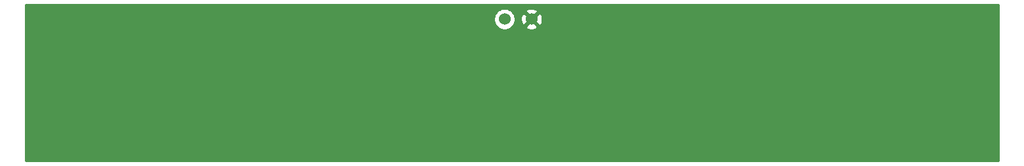
<source format=gbr>
G04 #@! TF.GenerationSoftware,KiCad,Pcbnew,5.1.2-f72e74a~84~ubuntu18.04.1*
G04 #@! TF.CreationDate,2019-09-24T12:52:55+02:00*
G04 #@! TF.ProjectId,matched_lna,6d617463-6865-4645-9f6c-6e612e6b6963,rev?*
G04 #@! TF.SameCoordinates,Original*
G04 #@! TF.FileFunction,Copper,L2,Bot*
G04 #@! TF.FilePolarity,Positive*
%FSLAX46Y46*%
G04 Gerber Fmt 4.6, Leading zero omitted, Abs format (unit mm)*
G04 Created by KiCad (PCBNEW 5.1.2-f72e74a~84~ubuntu18.04.1) date 2019-09-24 12:52:55*
%MOMM*%
%LPD*%
G04 APERTURE LIST*
%ADD10C,1.524000*%
%ADD11C,0.800000*%
%ADD12C,0.400000*%
%ADD13C,0.254000*%
G04 APERTURE END LIST*
D10*
X134620000Y-104140000D03*
X131120000Y-104140000D03*
D11*
X191770000Y-114300000D03*
X191770000Y-119380000D03*
X194310000Y-119380000D03*
X193040000Y-119380000D03*
X194310000Y-114300000D03*
X193040000Y-114300000D03*
X72390000Y-119380000D03*
X72390000Y-114300000D03*
X71120000Y-119380000D03*
X69850000Y-119400000D03*
X69850000Y-114300000D03*
X71120000Y-114300000D03*
D12*
X134620000Y-116270000D03*
X134620000Y-117410000D03*
X134620000Y-116840000D03*
D13*
G36*
X194920001Y-122522572D02*
G01*
X194920000Y-122522582D01*
X194920000Y-122530000D01*
X69240000Y-122530000D01*
X69240000Y-104002408D01*
X129723000Y-104002408D01*
X129723000Y-104277592D01*
X129776686Y-104547490D01*
X129881995Y-104801727D01*
X130034880Y-105030535D01*
X130229465Y-105225120D01*
X130458273Y-105378005D01*
X130712510Y-105483314D01*
X130982408Y-105537000D01*
X131257592Y-105537000D01*
X131527490Y-105483314D01*
X131781727Y-105378005D01*
X132010535Y-105225120D01*
X132130090Y-105105565D01*
X133834040Y-105105565D01*
X133901020Y-105345656D01*
X134150048Y-105462756D01*
X134417135Y-105529023D01*
X134692017Y-105541910D01*
X134964133Y-105500922D01*
X135223023Y-105407636D01*
X135338980Y-105345656D01*
X135405960Y-105105565D01*
X134620000Y-104319605D01*
X133834040Y-105105565D01*
X132130090Y-105105565D01*
X132205120Y-105030535D01*
X132358005Y-104801727D01*
X132463314Y-104547490D01*
X132517000Y-104277592D01*
X132517000Y-104212017D01*
X133218090Y-104212017D01*
X133259078Y-104484133D01*
X133352364Y-104743023D01*
X133414344Y-104858980D01*
X133654435Y-104925960D01*
X134440395Y-104140000D01*
X134799605Y-104140000D01*
X135585565Y-104925960D01*
X135825656Y-104858980D01*
X135942756Y-104609952D01*
X136009023Y-104342865D01*
X136021910Y-104067983D01*
X135980922Y-103795867D01*
X135887636Y-103536977D01*
X135825656Y-103421020D01*
X135585565Y-103354040D01*
X134799605Y-104140000D01*
X134440395Y-104140000D01*
X133654435Y-103354040D01*
X133414344Y-103421020D01*
X133297244Y-103670048D01*
X133230977Y-103937135D01*
X133218090Y-104212017D01*
X132517000Y-104212017D01*
X132517000Y-104002408D01*
X132463314Y-103732510D01*
X132358005Y-103478273D01*
X132205120Y-103249465D01*
X132130090Y-103174435D01*
X133834040Y-103174435D01*
X134620000Y-103960395D01*
X135405960Y-103174435D01*
X135338980Y-102934344D01*
X135089952Y-102817244D01*
X134822865Y-102750977D01*
X134547983Y-102738090D01*
X134275867Y-102779078D01*
X134016977Y-102872364D01*
X133901020Y-102934344D01*
X133834040Y-103174435D01*
X132130090Y-103174435D01*
X132010535Y-103054880D01*
X131781727Y-102901995D01*
X131527490Y-102796686D01*
X131257592Y-102743000D01*
X130982408Y-102743000D01*
X130712510Y-102796686D01*
X130458273Y-102901995D01*
X130229465Y-103054880D01*
X130034880Y-103249465D01*
X129881995Y-103478273D01*
X129776686Y-103732510D01*
X129723000Y-104002408D01*
X69240000Y-104002408D01*
X69240000Y-102260000D01*
X194920000Y-102260000D01*
X194920001Y-122522572D01*
X194920001Y-122522572D01*
G37*
X194920001Y-122522572D02*
X194920000Y-122522582D01*
X194920000Y-122530000D01*
X69240000Y-122530000D01*
X69240000Y-104002408D01*
X129723000Y-104002408D01*
X129723000Y-104277592D01*
X129776686Y-104547490D01*
X129881995Y-104801727D01*
X130034880Y-105030535D01*
X130229465Y-105225120D01*
X130458273Y-105378005D01*
X130712510Y-105483314D01*
X130982408Y-105537000D01*
X131257592Y-105537000D01*
X131527490Y-105483314D01*
X131781727Y-105378005D01*
X132010535Y-105225120D01*
X132130090Y-105105565D01*
X133834040Y-105105565D01*
X133901020Y-105345656D01*
X134150048Y-105462756D01*
X134417135Y-105529023D01*
X134692017Y-105541910D01*
X134964133Y-105500922D01*
X135223023Y-105407636D01*
X135338980Y-105345656D01*
X135405960Y-105105565D01*
X134620000Y-104319605D01*
X133834040Y-105105565D01*
X132130090Y-105105565D01*
X132205120Y-105030535D01*
X132358005Y-104801727D01*
X132463314Y-104547490D01*
X132517000Y-104277592D01*
X132517000Y-104212017D01*
X133218090Y-104212017D01*
X133259078Y-104484133D01*
X133352364Y-104743023D01*
X133414344Y-104858980D01*
X133654435Y-104925960D01*
X134440395Y-104140000D01*
X134799605Y-104140000D01*
X135585565Y-104925960D01*
X135825656Y-104858980D01*
X135942756Y-104609952D01*
X136009023Y-104342865D01*
X136021910Y-104067983D01*
X135980922Y-103795867D01*
X135887636Y-103536977D01*
X135825656Y-103421020D01*
X135585565Y-103354040D01*
X134799605Y-104140000D01*
X134440395Y-104140000D01*
X133654435Y-103354040D01*
X133414344Y-103421020D01*
X133297244Y-103670048D01*
X133230977Y-103937135D01*
X133218090Y-104212017D01*
X132517000Y-104212017D01*
X132517000Y-104002408D01*
X132463314Y-103732510D01*
X132358005Y-103478273D01*
X132205120Y-103249465D01*
X132130090Y-103174435D01*
X133834040Y-103174435D01*
X134620000Y-103960395D01*
X135405960Y-103174435D01*
X135338980Y-102934344D01*
X135089952Y-102817244D01*
X134822865Y-102750977D01*
X134547983Y-102738090D01*
X134275867Y-102779078D01*
X134016977Y-102872364D01*
X133901020Y-102934344D01*
X133834040Y-103174435D01*
X132130090Y-103174435D01*
X132010535Y-103054880D01*
X131781727Y-102901995D01*
X131527490Y-102796686D01*
X131257592Y-102743000D01*
X130982408Y-102743000D01*
X130712510Y-102796686D01*
X130458273Y-102901995D01*
X130229465Y-103054880D01*
X130034880Y-103249465D01*
X129881995Y-103478273D01*
X129776686Y-103732510D01*
X129723000Y-104002408D01*
X69240000Y-104002408D01*
X69240000Y-102260000D01*
X194920000Y-102260000D01*
X194920001Y-122522572D01*
M02*

</source>
